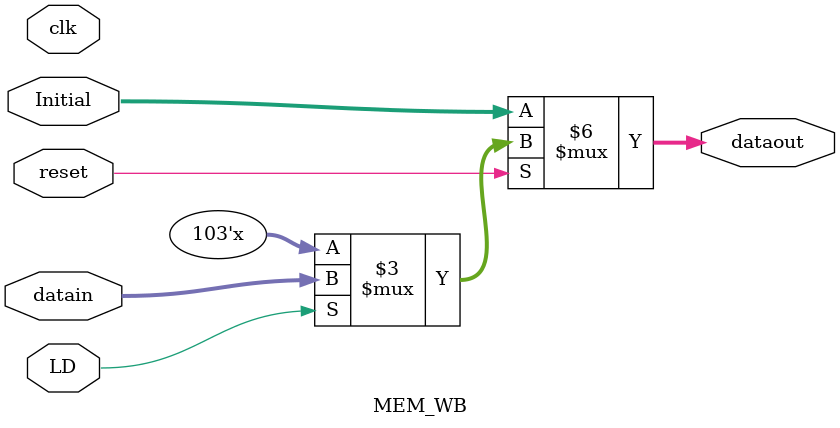
<source format=v>
`timescale 1ns / 1ps


module MEM_WB(
    input clk,
    input LD,
    input reset,
    input [102:0] datain,
  
    input [102:0] Initial,
    
    output reg [102:0] dataout
    );
    // at every clock cycle check for reset or data module load
    always @(clk)
    begin
        if(!reset)
            dataout <= Initial;
        else
            if(LD)
                dataout <= datain;
    end
endmodule

</source>
